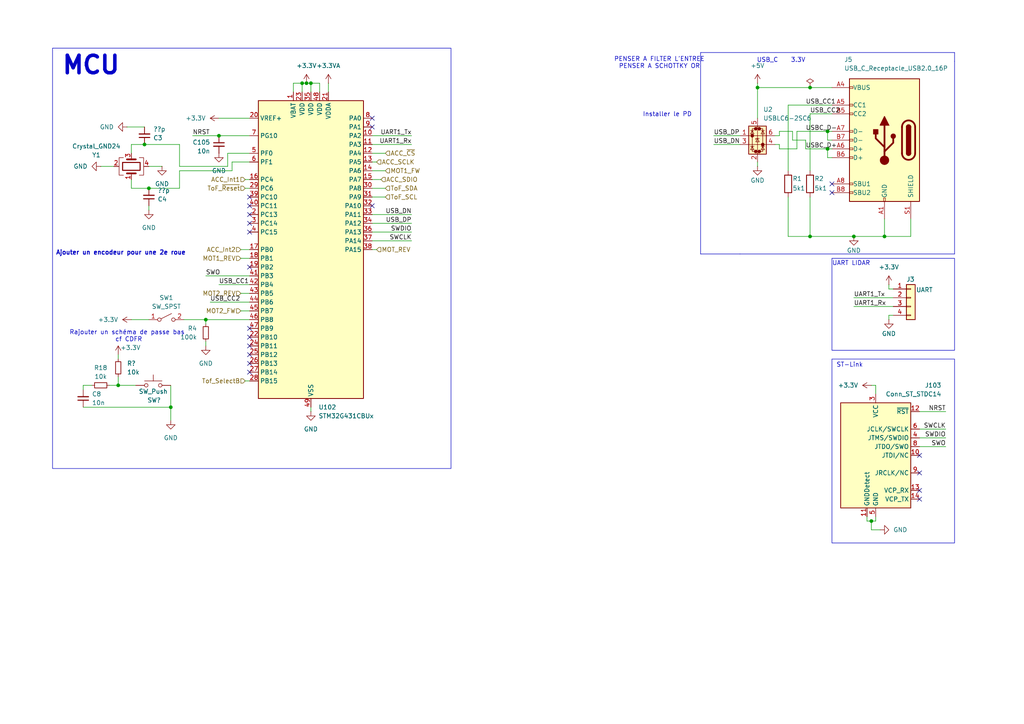
<source format=kicad_sch>
(kicad_sch (version 20250114) (generator "eeschema") (generator_version "9.0")
  (paper "A4")
  (lib_symbols
    (symbol "Connector:Conn_ST_STDC14"
      (property "Reference" "J" (at -8.89 16.51 0))
      (property "Value" "Conn_ST_STDC14" (at 17.78 16.51 0))
      (symbol "Conn_ST_STDC14_0_1"
        (rectangle (start -10.16 15.24) (end 10.16 -15.24) (stroke (width 0.254)) (fill (type background)))
      )
      (symbol "Conn_ST_STDC14_1_1"
        (pin no_connect line (at -10.16 5.08 0) (length 2.54) (hide yes) (name "NC") (number "1"))
        (pin no_connect line (at -10.16 2.54 0) (length 2.54) (hide yes) (name "NC") (number "2"))
        (pin passive line (at -2.54 -17.78 90) (length 2.54) (name "GNDDetect") (number "11"))
        (pin power_in line (at 0 17.78 270) (length 2.54) (name "VCC") (number "3"))
        (pin power_in line (at 0 -17.78 90) (length 2.54) (name "GND") (number "5"))
        (pin passive line (at 0 -17.78 90) (length 2.54) (hide yes) (name "GND") (number "7"))
        (pin open_collector line (at 12.7 12.7 180) (length 2.54) (name "~{RST}") (number "12"))
        (pin output line (at 12.7 7.62 180) (length 2.54) (name "JCLK/SWCLK") (number "6"))
        (pin bidirectional line (at 12.7 5.08 180) (length 2.54) (name "JTMS/SWDIO") (number "4"))
        (pin input line (at 12.7 2.54 180) (length 2.54) (name "JTDO/SWO") (number "8"))
        (pin output line (at 12.7 0 180) (length 2.54) (name "JTDI/NC") (number "10"))
        (pin input line (at 12.7 -5.08 180) (length 2.54) (name "JRCLK/NC") (number "9"))
        (pin output line (at 12.7 -10.16 180) (length 2.54) (name "VCP_RX") (number "13"))
        (pin input line (at 12.7 -12.7 180) (length 2.54) (name "VCP_TX") (number "14"))
      )
    )
    (symbol "Connector:USB_C_Receptacle_USB2.0_16P" (pin_names (offset 1.016))
      (property "Reference" "J" (at 0 22.225 0))
      (property "Value" "USB_C_Receptacle_USB2.0_16P" (at 0 19.685 0))
      (symbol "USB_C_Receptacle_USB2.0_16P_0_0"
        (rectangle (start -0.254 -17.78) (end 0.254 -16.764))
        (rectangle (start 10.16 15.494) (end 9.144 14.986))
        (rectangle (start 10.16 10.414) (end 9.144 9.906))
        (rectangle (start 10.16 7.874) (end 9.144 7.366))
        (rectangle (start 10.16 2.794) (end 9.144 2.286))
        (rectangle (start 10.16 0.254) (end 9.144 -0.254))
        (rectangle (start 10.16 -2.286) (end 9.144 -2.794))
        (rectangle (start 10.16 -4.826) (end 9.144 -5.334))
        (rectangle (start 10.16 -12.446) (end 9.144 -12.954))
        (rectangle (start 10.16 -14.986) (end 9.144 -15.494))
      )
      (symbol "USB_C_Receptacle_USB2.0_16P_0_1"
        (rectangle (start -10.16 17.78) (end 10.16 -17.78) (stroke (width 0.254)) (fill (type background)))
        (polyline (pts (xy -8.89 -3.81) (xy -8.89 3.81)) (stroke (width 0.508)))
        (rectangle (start -7.62 -3.81) (end -6.35 3.81) (stroke (width 0.254)) (fill (type outline)))
        (arc (start -7.62 3.81) (mid -6.985 4.4423) (end -6.35 3.81) (stroke (width 0.254)))
        (arc (start -7.62 3.81) (mid -6.985 4.4423) (end -6.35 3.81) (stroke (width 0.254)) (fill (type outline)))
        (arc (start -8.89 3.81) (mid -6.985 5.7067) (end -5.08 3.81) (stroke (width 0.508)))
        (arc (start -5.08 -3.81) (mid -6.985 -5.7067) (end -8.89 -3.81) (stroke (width 0.508)))
        (arc (start -6.35 -3.81) (mid -6.985 -4.4423) (end -7.62 -3.81) (stroke (width 0.254)))
        (arc (start -6.35 -3.81) (mid -6.985 -4.4423) (end -7.62 -3.81) (stroke (width 0.254)) (fill (type outline)))
        (polyline (pts (xy -5.08 3.81) (xy -5.08 -3.81)) (stroke (width 0.508)))
        (circle (center -2.54 1.143) (radius 0.635) (stroke (width 0.254)) (fill (type outline)))
        (polyline (pts (xy -1.27 4.318) (xy 0 6.858) (xy 1.27 4.318) (xy -1.27 4.318)) (stroke (width 0.254)) (fill (type outline)))
        (polyline (pts (xy 0 -2.032) (xy 2.54 0.508) (xy 2.54 1.778)) (stroke (width 0.508)))
        (polyline (pts (xy 0 -3.302) (xy -2.54 -0.762) (xy -2.54 0.508)) (stroke (width 0.508)))
        (polyline (pts (xy 0 -5.842) (xy 0 4.318)) (stroke (width 0.508)))
        (circle (center 0 -5.842) (radius 1.27) (fill (type outline)))
        (rectangle (start 1.905 1.778) (end 3.175 3.048) (stroke (width 0.254)) (fill (type outline)))
      )
      (symbol "USB_C_Receptacle_USB2.0_16P_1_1"
        (pin passive line (at -7.62 -22.86 90) (length 5.08) (name "SHIELD") (number "S1"))
        (pin passive line (at 0 -22.86 90) (length 5.08) (name "GND") (number "A1"))
        (pin passive line (at 0 -22.86 90) (length 5.08) (hide yes) (name "GND") (number "A12"))
        (pin passive line (at 0 -22.86 90) (length 5.08) (hide yes) (name "GND") (number "B1"))
        (pin passive line (at 0 -22.86 90) (length 5.08) (hide yes) (name "GND") (number "B12"))
        (pin passive line (at 15.24 15.24 180) (length 5.08) (name "VBUS") (number "A4"))
        (pin passive line (at 15.24 15.24 180) (length 5.08) (hide yes) (name "VBUS") (number "A9"))
        (pin passive line (at 15.24 15.24 180) (length 5.08) (hide yes) (name "VBUS") (number "B4"))
        (pin passive line (at 15.24 15.24 180) (length 5.08) (hide yes) (name "VBUS") (number "B9"))
        (pin bidirectional line (at 15.24 10.16 180) (length 5.08) (name "CC1") (number "A5"))
        (pin bidirectional line (at 15.24 7.62 180) (length 5.08) (name "CC2") (number "B5"))
        (pin bidirectional line (at 15.24 2.54 180) (length 5.08) (name "D-") (number "A7"))
        (pin bidirectional line (at 15.24 0 180) (length 5.08) (name "D-") (number "B7"))
        (pin bidirectional line (at 15.24 -2.54 180) (length 5.08) (name "D+") (number "A6"))
        (pin bidirectional line (at 15.24 -5.08 180) (length 5.08) (name "D+") (number "B6"))
        (pin bidirectional line (at 15.24 -12.7 180) (length 5.08) (name "SBU1") (number "A8"))
        (pin bidirectional line (at 15.24 -15.24 180) (length 5.08) (name "SBU2") (number "B8"))
      )
    )
    (symbol "Connector_Generic:Conn_01x04" (pin_names (offset 1.016) (hide yes))
      (property "Reference" "J" (at 0 5.08 0))
      (property "Value" "Conn_01x04" (at 0 -7.62 0))
      (symbol "Conn_01x04_1_1"
        (rectangle (start -1.27 3.81) (end 1.27 -6.35) (stroke (width 0.254)) (fill (type background)))
        (rectangle (start -1.27 2.667) (end 0 2.413) (stroke (width 0.1524)))
        (rectangle (start -1.27 0.127) (end 0 -0.127) (stroke (width 0.1524)))
        (rectangle (start -1.27 -2.413) (end 0 -2.667) (stroke (width 0.1524)))
        (rectangle (start -1.27 -4.953) (end 0 -5.207) (stroke (width 0.1524)))
        (pin passive line (at -5.08 2.54 0) (length 3.81) (name "Pin_1") (number "1"))
        (pin passive line (at -5.08 0 0) (length 3.81) (name "Pin_2") (number "2"))
        (pin passive line (at -5.08 -2.54 0) (length 3.81) (name "Pin_3") (number "3"))
        (pin passive line (at -5.08 -5.08 0) (length 3.81) (name "Pin_4") (number "4"))
      )
    )
    (symbol "Device:C_Small" (pin_numbers (hide yes)) (pin_names (offset 0.254) (hide yes))
      (property "Reference" "C" (at 0.254 1.778 0))
      (property "Value" "C_Small" (at 0.254 -2.032 0))
      (symbol "C_Small_0_1"
        (polyline (pts (xy -1.524 0.508) (xy 1.524 0.508)) (stroke (width 0.3048)))
        (polyline (pts (xy -1.524 -0.508) (xy 1.524 -0.508)) (stroke (width 0.3302)))
      )
      (symbol "C_Small_1_1"
        (pin passive line (at 0 2.54 270) (length 2.032) (name "~") (number "1"))
        (pin passive line (at 0 -2.54 90) (length 2.032) (name "~") (number "2"))
      )
    )
    (symbol "Device:Crystal_GND24" (pin_names (offset 1.016) (hide yes))
      (property "Reference" "Y" (at 3.175 5.08 0))
      (property "Value" "Crystal_GND24" (at 3.175 3.175 0))
      (symbol "Crystal_GND24_0_1"
        (polyline (pts (xy -2.54 2.286) (xy -2.54 3.556) (xy 2.54 3.556) (xy 2.54 2.286)))
        (polyline (pts (xy -2.54 0) (xy -2.032 0)))
        (polyline (pts (xy -2.54 -2.286) (xy -2.54 -3.556) (xy 2.54 -3.556) (xy 2.54 -2.286)))
        (polyline (pts (xy -2.032 -1.27) (xy -2.032 1.27)) (stroke (width 0.508)))
        (rectangle (start -1.143 2.54) (end 1.143 -2.54) (stroke (width 0.3048)))
        (polyline (pts (xy 0 3.556) (xy 0 3.81)))
        (polyline (pts (xy 0 -3.81) (xy 0 -3.556)))
        (polyline (pts (xy 2.032 0) (xy 2.54 0)))
        (polyline (pts (xy 2.032 -1.27) (xy 2.032 1.27)) (stroke (width 0.508)))
      )
      (symbol "Crystal_GND24_1_1"
        (pin passive line (at -3.81 0 0) (length 1.27) (name "1") (number "1"))
        (pin passive line (at 0 5.08 270) (length 1.27) (name "2") (number "2"))
        (pin passive line (at 0 -5.08 90) (length 1.27) (name "4") (number "4"))
        (pin passive line (at 3.81 0 180) (length 1.27) (name "3") (number "3"))
      )
    )
    (symbol "Device:R" (pin_numbers (hide yes)) (pin_names (offset 0))
      (property "Reference" "R" (at 2.032 0 90))
      (property "Value" "R" (at 0 0 90))
      (symbol "R_0_1"
        (rectangle (start -1.016 -2.54) (end 1.016 2.54) (stroke (width 0.254)))
      )
      (symbol "R_1_1"
        (pin passive line (at 0 3.81 270) (length 1.27) (name "~") (number "1"))
        (pin passive line (at 0 -3.81 90) (length 1.27) (name "~") (number "2"))
      )
    )
    (symbol "Device:R_Small" (pin_numbers (hide yes)) (pin_names (offset 0.254) (hide yes))
      (property "Reference" "R" (at 0.762 0.508 0))
      (property "Value" "R_Small" (at 0.762 -1.016 0))
      (symbol "R_Small_0_1"
        (rectangle (start -0.762 1.778) (end 0.762 -1.778) (stroke (width 0.2032)))
      )
      (symbol "R_Small_1_1"
        (pin passive line (at 0 2.54 270) (length 0.762) (name "~") (number "1"))
        (pin passive line (at 0 -2.54 90) (length 0.762) (name "~") (number "2"))
      )
    )
    (symbol "MCU_ST_STM32G4:STM32G431CBUx"
      (property "Reference" "U" (at -15.24 44.45 0))
      (property "Value" "STM32G431CBUx" (at 7.62 44.45 0))
      (symbol "STM32G431CBUx_0_1"
        (rectangle (start -15.24 -43.18) (end 15.24 43.18) (stroke (width 0.254)) (fill (type background)))
      )
      (symbol "STM32G431CBUx_1_1"
        (pin input line (at -17.78 38.1 0) (length 2.54) (name "VREF+") (number "20"))
        (pin bidirectional line (at -17.78 33.02 0) (length 2.54) (name "PG10") (number "7"))
        (pin bidirectional line (at -17.78 27.94 0) (length 2.54) (name "PF0") (number "5"))
        (pin bidirectional line (at -17.78 25.4 0) (length 2.54) (name "PF1") (number "6"))
        (pin bidirectional line (at -17.78 20.32 0) (length 2.54) (name "PC4") (number "16"))
        (pin bidirectional line (at -17.78 17.78 0) (length 2.54) (name "PC6") (number "29"))
        (pin bidirectional line (at -17.78 15.24 0) (length 2.54) (name "PC10") (number "39"))
        (pin bidirectional line (at -17.78 12.7 0) (length 2.54) (name "PC11") (number "40"))
        (pin bidirectional line (at -17.78 10.16 0) (length 2.54) (name "PC13") (number "2"))
        (pin bidirectional line (at -17.78 7.62 0) (length 2.54) (name "PC14") (number "3"))
        (pin bidirectional line (at -17.78 5.08 0) (length 2.54) (name "PC15") (number "4"))
        (pin bidirectional line (at -17.78 0 0) (length 2.54) (name "PB0") (number "17"))
        (pin bidirectional line (at -17.78 -2.54 0) (length 2.54) (name "PB1") (number "18"))
        (pin bidirectional line (at -17.78 -5.08 0) (length 2.54) (name "PB2") (number "19"))
        (pin bidirectional line (at -17.78 -7.62 0) (length 2.54) (name "PB3") (number "41"))
        (pin bidirectional line (at -17.78 -10.16 0) (length 2.54) (name "PB4") (number "42"))
        (pin bidirectional line (at -17.78 -12.7 0) (length 2.54) (name "PB5") (number "43"))
        (pin bidirectional line (at -17.78 -15.24 0) (length 2.54) (name "PB6") (number "44"))
        (pin bidirectional line (at -17.78 -17.78 0) (length 2.54) (name "PB7") (number "45"))
        (pin bidirectional line (at -17.78 -20.32 0) (length 2.54) (name "PB8") (number "46"))
        (pin bidirectional line (at -17.78 -22.86 0) (length 2.54) (name "PB9") (number "47"))
        (pin bidirectional line (at -17.78 -25.4 0) (length 2.54) (name "PB10") (number "22"))
        (pin bidirectional line (at -17.78 -27.94 0) (length 2.54) (name "PB11") (number "24"))
        (pin bidirectional line (at -17.78 -30.48 0) (length 2.54) (name "PB12") (number "25"))
        (pin bidirectional line (at -17.78 -33.02 0) (length 2.54) (name "PB13") (number "26"))
        (pin bidirectional line (at -17.78 -35.56 0) (length 2.54) (name "PB14") (number "27"))
        (pin bidirectional line (at -17.78 -38.1 0) (length 2.54) (name "PB15") (number "28"))
        (pin power_in line (at -5.08 45.72 270) (length 2.54) (name "VBAT") (number "1"))
        (pin power_in line (at -2.54 45.72 270) (length 2.54) (name "VDD") (number "23"))
        (pin power_in line (at 0 45.72 270) (length 2.54) (name "VDD") (number "35"))
        (pin power_in line (at 0 -45.72 90) (length 2.54) (name "VSS") (number "49"))
        (pin power_in line (at 2.54 45.72 270) (length 2.54) (name "VDD") (number "48"))
        (pin power_in line (at 5.08 45.72 270) (length 2.54) (name "VDDA") (number "21"))
        (pin bidirectional line (at 17.78 38.1 180) (length 2.54) (name "PA0") (number "8"))
        (pin bidirectional line (at 17.78 35.56 180) (length 2.54) (name "PA1") (number "9"))
        (pin bidirectional line (at 17.78 33.02 180) (length 2.54) (name "PA2") (number "10"))
        (pin bidirectional line (at 17.78 30.48 180) (length 2.54) (name "PA3") (number "11"))
        (pin bidirectional line (at 17.78 27.94 180) (length 2.54) (name "PA4") (number "12"))
        (pin bidirectional line (at 17.78 25.4 180) (length 2.54) (name "PA5") (number "13"))
        (pin bidirectional line (at 17.78 22.86 180) (length 2.54) (name "PA6") (number "14"))
        (pin bidirectional line (at 17.78 20.32 180) (length 2.54) (name "PA7") (number "15"))
        (pin bidirectional line (at 17.78 17.78 180) (length 2.54) (name "PA8") (number "30"))
        (pin bidirectional line (at 17.78 15.24 180) (length 2.54) (name "PA9") (number "31"))
        (pin bidirectional line (at 17.78 12.7 180) (length 2.54) (name "PA10") (number "32"))
        (pin bidirectional line (at 17.78 10.16 180) (length 2.54) (name "PA11") (number "33"))
        (pin bidirectional line (at 17.78 7.62 180) (length 2.54) (name "PA12") (number "34"))
        (pin bidirectional line (at 17.78 5.08 180) (length 2.54) (name "PA13") (number "36"))
        (pin bidirectional line (at 17.78 2.54 180) (length 2.54) (name "PA14") (number "37"))
        (pin bidirectional line (at 17.78 0 180) (length 2.54) (name "PA15") (number "38"))
      )
    )
    (symbol "Power_Protection:USBLC6-2SC6" (pin_names (hide yes))
      (property "Reference" "U" (at 0.635 5.715 0))
      (property "Value" "USBLC6-2SC6" (at 0.635 3.81 0))
      (symbol "USBLC6-2SC6_0_0"
        (circle (center -1.524 0) (radius 0.0001) (stroke (width 0.508)))
        (circle (center -0.508 2.032) (radius 0.0001) (stroke (width 0.508)))
        (circle (center -0.508 -4.572) (radius 0.0001) (stroke (width 0.508)))
        (circle (center 0.508 2.032) (radius 0.0001) (stroke (width 0.508)))
        (circle (center 0.508 -4.572) (radius 0.0001) (stroke (width 0.508)))
        (circle (center 1.524 -2.54) (radius 0.0001) (stroke (width 0.508)))
      )
      (symbol "USBLC6-2SC6_0_1"
        (polyline (pts (xy -2.54 0) (xy 2.54 0)))
        (polyline (pts (xy -2.54 -2.54) (xy 2.54 -2.54)))
        (polyline (pts (xy -2.032 0.508) (xy -1.016 0.508) (xy -1.524 1.524) (xy -2.032 0.508)))
        (polyline (pts (xy -2.032 -3.048) (xy -1.016 -3.048)))
        (polyline (pts (xy -1.016 1.524) (xy -2.032 1.524)))
        (polyline (pts (xy -1.016 -4.064) (xy -2.032 -4.064) (xy -1.524 -3.048) (xy -1.016 -4.064)))
        (polyline (pts (xy -0.508 -1.143) (xy -0.508 -0.762) (xy 0.508 -0.762)))
        (polyline (pts (xy 0 2.54) (xy -0.508 2.032) (xy 0.508 2.032) (xy 0 1.524) (xy 0 -4.064) (xy -0.508 -4.572) (xy 0.508 -4.572) (xy 0 -5.08)))
        (polyline (pts (xy 0.508 -1.778) (xy -0.508 -1.778) (xy 0 -0.762) (xy 0.508 -1.778)))
        (polyline (pts (xy 1.016 1.524) (xy 2.032 1.524)))
        (polyline (pts (xy 1.016 -3.048) (xy 2.032 -3.048)))
        (polyline (pts (xy 2.032 0.508) (xy 1.016 0.508) (xy 1.524 1.524) (xy 2.032 0.508)))
        (polyline (pts (xy 2.032 -4.064) (xy 1.016 -4.064) (xy 1.524 -3.048) (xy 2.032 -4.064)))
      )
      (symbol "USBLC6-2SC6_1_1"
        (rectangle (start -2.54 2.794) (end 2.54 -5.334) (stroke (width 0.254)) (fill (type background)))
        (polyline (pts (xy -0.508 2.032) (xy -1.524 2.032) (xy -1.524 -4.572) (xy -0.508 -4.572)))
        (polyline (pts (xy 0.508 -4.572) (xy 1.524 -4.572) (xy 1.524 2.032) (xy 0.508 2.032)))
        (pin passive line (at -5.08 0 0) (length 2.54) (name "I/O1") (number "1"))
        (pin passive line (at -5.08 -2.54 0) (length 2.54) (name "I/O2") (number "3"))
        (pin passive line (at 0 5.08 270) (length 2.54) (name "VBUS") (number "5"))
        (pin passive line (at 0 -7.62 90) (length 2.54) (name "GND") (number "2"))
        (pin passive line (at 5.08 0 180) (length 2.54) (name "I/O1") (number "6"))
        (pin passive line (at 5.08 -2.54 180) (length 2.54) (name "I/O2") (number "4"))
      )
    )
    (symbol "Switch:SW_Push" (pin_numbers (hide yes)) (pin_names (offset 1.016) (hide yes))
      (property "Reference" "SW" (at 1.27 2.54 0))
      (property "Value" "SW_Push" (at 0 -1.524 0))
      (symbol "SW_Push_0_1"
        (circle (center -2.032 0) (radius 0.508))
        (polyline (pts (xy 0 1.27) (xy 0 3.048)))
        (circle (center 2.032 0) (radius 0.508))
        (polyline (pts (xy 2.54 1.27) (xy -2.54 1.27)))
        (pin passive line (at -5.08 0 0) (length 2.54) (name "1") (number "1"))
        (pin passive line (at 5.08 0 180) (length 2.54) (name "2") (number "2"))
      )
    )
    (symbol "Switch:SW_SPST" (pin_names (offset 0) (hide yes))
      (property "Reference" "SW" (at 0 3.175 0))
      (property "Value" "SW_SPST" (at 0 -2.54 0))
      (symbol "SW_SPST_0_0"
        (circle (center -2.032 0) (radius 0.508))
        (polyline (pts (xy -1.524 0.254) (xy 1.524 1.778)))
        (circle (center 2.032 0) (radius 0.508))
      )
      (symbol "SW_SPST_1_1"
        (pin passive line (at -5.08 0 0) (length 2.54) (name "A") (number "1"))
        (pin passive line (at 5.08 0 180) (length 2.54) (name "B") (number "2"))
      )
    )
    (symbol "power:+3.3V" (power) (pin_numbers (hide yes)) (pin_names (offset 0) (hide yes))
      (property "Value" "+3.3V" (at 0 3.556 0))
      (symbol "+3.3V_0_1"
        (polyline (pts (xy -0.762 1.27) (xy 0 2.54)))
        (polyline (pts (xy 0 2.54) (xy 0.762 1.27)))
        (polyline (pts (xy 0 0) (xy 0 2.54)))
      )
      (symbol "+3.3V_1_1"
        (pin power_in line (at 0 0 90) (length 0) (name "~") (number "1"))
      )
    )
    (symbol "power:+3.3VA" (power) (pin_numbers (hide yes)) (pin_names (offset 0) (hide yes))
      (property "Value" "+3.3VA" (at 0 3.556 0))
      (symbol "+3.3VA_0_1"
        (polyline (pts (xy -0.762 1.27) (xy 0 2.54)))
        (polyline (pts (xy 0 2.54) (xy 0.762 1.27)))
        (polyline (pts (xy 0 0) (xy 0 2.54)))
      )
      (symbol "+3.3VA_1_1"
        (pin power_in line (at 0 0 90) (length 0) (name "~") (number "1"))
      )
    )
    (symbol "power:+5V" (power) (pin_numbers (hide yes)) (pin_names (offset 0) (hide yes))
      (property "Value" "+5V" (at 0 3.556 0))
      (symbol "+5V_0_1"
        (polyline (pts (xy -0.762 1.27) (xy 0 2.54)))
        (polyline (pts (xy 0 2.54) (xy 0.762 1.27)))
        (polyline (pts (xy 0 0) (xy 0 2.54)))
      )
      (symbol "+5V_1_1"
        (pin power_in line (at 0 0 90) (length 0) (name "~") (number "1"))
      )
    )
    (symbol "power:GND" (power) (pin_numbers (hide yes)) (pin_names (offset 0) (hide yes))
      (property "Value" "GND" (at 0 -3.81 0))
      (symbol "GND_0_1"
        (polyline (pts (xy 0 0) (xy 0 -1.27) (xy 1.27 -1.27) (xy 0 -2.54) (xy -1.27 -1.27) (xy 0 -1.27)))
      )
      (symbol "GND_1_1"
        (pin power_in line (at 0 0 270) (length 0) (name "~") (number "1"))
      )
    )
    (symbol "power:PWR_FLAG" (power) (pin_numbers (hide yes)) (pin_names (offset 0) (hide yes))
      (property "Value" "PWR_FLAG" (at 0 3.81 0))
      (symbol "PWR_FLAG_0_0"
        (pin power_out line (at 0 0 90) (length 0) (name "~") (number "1"))
      )
      (symbol "PWR_FLAG_0_1"
        (polyline (pts (xy 0 0) (xy 0 1.27) (xy -1.016 1.905) (xy 0 2.54) (xy 1.016 1.905) (xy 0 1.27)))
      )
    )
  )
  (rectangle (start 15.24 13.97) (end 130.81 135.89))
  (rectangle (start 241.3 104.14) (end 276.86 157.48))
  (rectangle (start 241.3 74.93) (end 276.86 101.6))
  (text "Rajouter un schéma de passe bas \ncf CDFR\n" (at 37.338 97.536 0) (effects (font (size 1.27 1.27))))
  (text "Installer le PD\n" (at 193.548 33.274 0) (effects (font (size 1.27 1.27))))
  (text "Ajouter un encodeur pour une 2e roue\n" (at 35.052 73.406 0) (effects (font (size 1.27 1.27) (thickness 0.254) (bold yes))))
  (text "ST-Link\n" (at 242.57 106.68 0) (effects (font (size 1.27 1.27)) (justify left bottom)))
  (text "USB_C 	3.3V" (at 226.568 17.526 0) (effects (font (size 1.27 1.27))))
  (text "PENSER A FILTER L'ENTREE\nPENSER A SCHOTTKY OR\n" (at 191.262 18.288 0) (effects (font (size 1.27 1.27))))
  (text "MCU\n" (at 26.416 19.05 0) (effects (font (size 5.08 5.08) (thickness 1.016) (bold yes))))
  (text "UART LIDAR\n" (at 246.888 76.454 0) (effects (font (size 1.27 1.27))))
  (junction (at 252.73 151.13))
  (junction (at 88.9 24.13))
  (junction (at 256.54 68.58))
  (junction (at 234.95 25.4))
  (junction (at 49.53 118.11))
  (junction (at 234.95 68.58))
  (junction (at 87.63 24.13))
  (junction (at 63.5 39.37))
  (junction (at 247.65 68.58))
  (junction (at 240.03 38.1))
  (junction (at 219.71 25.4))
  (junction (at 34.29 111.76))
  (junction (at 59.69 92.71))
  (junction (at 240.03 43.18))
  (junction (at 41.91 41.91))
  (junction (at 90.17 24.13))
  (junction (at 43.18 54.61))
  (no_connect (at 241.3 53.34))
  (no_connect (at 72.39 105.41))
  (no_connect (at 266.7 137.16))
  (no_connect (at 107.95 36.83))
  (no_connect (at 72.39 77.47))
  (no_connect (at 266.7 144.78))
  (no_connect (at 72.39 57.15))
  (no_connect (at 266.7 142.24))
  (no_connect (at 72.39 67.31))
  (no_connect (at 72.39 102.87))
  (no_connect (at 241.3 55.88))
  (no_connect (at 72.39 95.25))
  (no_connect (at 72.39 107.95))
  (no_connect (at 107.95 34.29))
  (no_connect (at 72.39 97.79))
  (no_connect (at 72.39 100.33))
  (no_connect (at 266.7 132.08))
  (no_connect (at 72.39 62.23))
  (no_connect (at 72.39 64.77))
  (no_connect (at 72.39 59.69))
  (no_connect (at 107.95 59.69))
  (wire (pts (xy 41.91 41.91) (xy 38.1 41.91)))
  (wire (pts (xy 228.6 68.58) (xy 234.95 68.58)))
  (wire (pts (xy 63.5 34.29) (xy 72.39 34.29)))
  (wire (pts (xy 107.95 64.77) (xy 119.38 64.77)))
  (wire (pts (xy 34.29 111.76) (xy 34.29 109.22)))
  (wire (pts (xy 107.95 49.53) (xy 111.76 49.53)))
  (wire (pts (xy 69.85 74.93) (xy 72.39 74.93)))
  (wire (pts (xy 241.3 45.72) (xy 240.03 45.72)))
  (wire (pts (xy 52.07 48.26) (xy 52.07 41.91)))
  (wire (pts (xy 36.83 36.83) (xy 41.91 36.83)))
  (wire (pts (xy 38.1 54.61) (xy 38.1 52.07)))
  (wire (pts (xy 255.27 153.67) (xy 252.73 153.67)))
  (wire (pts (xy 69.85 90.17) (xy 72.39 90.17)))
  (wire (pts (xy 266.7 129.54) (xy 274.32 129.54)))
  (wire (pts (xy 251.46 151.13) (xy 251.46 149.86)))
  (wire (pts (xy 85.09 26.67) (xy 85.09 24.13)))
  (wire (pts (xy 59.69 92.71) (xy 72.39 92.71)))
  (wire (pts (xy 252.73 151.13) (xy 254 151.13)))
  (wire (pts (xy 224.79 41.91) (xy 226.06 41.91)))
  (wire (pts (xy 38.1 92.71) (xy 43.18 92.71)))
  (wire (pts (xy 224.79 39.37) (xy 226.06 39.37)))
  (wire (pts (xy 241.3 40.64) (xy 240.03 40.64)))
  (wire (pts (xy 240.03 43.18) (xy 241.3 43.18)))
  (wire (pts (xy 266.7 127) (xy 274.32 127)))
  (wire (pts (xy 66.04 48.26) (xy 52.07 48.26)))
  (wire (pts (xy 219.71 24.13) (xy 219.71 25.4)))
  (wire (pts (xy 257.81 91.44) (xy 257.81 92.71)))
  (wire (pts (xy 254 111.76) (xy 254 114.3)))
  (wire (pts (xy 59.69 80.01) (xy 72.39 80.01)))
  (wire (pts (xy 107.95 54.61) (xy 111.76 54.61)))
  (wire (pts (xy 266.7 124.46) (xy 274.32 124.46)))
  (wire (pts (xy 107.95 69.85) (xy 119.38 69.85)))
  (wire (pts (xy 52.07 49.53) (xy 67.31 49.53)))
  (wire (pts (xy 95.25 24.13) (xy 95.25 26.67)))
  (wire (pts (xy 207.01 41.91) (xy 214.63 41.91)))
  (wire (pts (xy 107.95 52.07) (xy 110.49 52.07)))
  (wire (pts (xy 254 149.86) (xy 254 151.13)))
  (polyline (pts (xy 276.86 15.24) (xy 276.86 17.78)))
  (wire (pts (xy 226.06 43.18) (xy 231.14 43.18)))
  (wire (pts (xy 38.1 54.61) (xy 43.18 54.61)))
  (wire (pts (xy 88.9 24.13) (xy 90.17 24.13)))
  (polyline (pts (xy 276.86 15.24) (xy 203.2 15.24)))
  (wire (pts (xy 49.53 118.11) (xy 49.53 121.92)))
  (wire (pts (xy 87.63 24.13) (xy 87.63 26.67)))
  (wire (pts (xy 24.13 111.76) (xy 24.13 113.03)))
  (wire (pts (xy 233.68 43.18) (xy 240.03 43.18)))
  (wire (pts (xy 228.6 30.48) (xy 228.6 49.53)))
  (wire (pts (xy 52.07 49.53) (xy 52.07 54.61)))
  (wire (pts (xy 234.95 68.58) (xy 247.65 68.58)))
  (wire (pts (xy 264.16 68.58) (xy 264.16 63.5)))
  (wire (pts (xy 233.68 40.64) (xy 233.68 43.18)))
  (wire (pts (xy 252.73 151.13) (xy 251.46 151.13)))
  (wire (pts (xy 72.39 44.45) (xy 66.04 44.45)))
  (wire (pts (xy 107.95 46.99) (xy 109.22 46.99)))
  (wire (pts (xy 259.08 83.82) (xy 257.81 83.82)))
  (wire (pts (xy 60.96 87.63) (xy 72.39 87.63)))
  (wire (pts (xy 119.38 41.91) (xy 107.95 41.91)))
  (wire (pts (xy 231.14 43.18) (xy 231.14 38.1)))
  (wire (pts (xy 90.17 24.13) (xy 92.71 24.13)))
  (wire (pts (xy 234.95 25.4) (xy 241.3 25.4)))
  (wire (pts (xy 71.12 54.61) (xy 72.39 54.61)))
  (wire (pts (xy 29.21 48.26) (xy 33.02 48.26)))
  (wire (pts (xy 256.54 68.58) (xy 264.16 68.58)))
  (wire (pts (xy 219.71 25.4) (xy 234.95 25.4)))
  (wire (pts (xy 226.06 39.37) (xy 226.06 38.1)))
  (wire (pts (xy 59.69 99.06) (xy 59.69 100.33)))
  (polyline (pts (xy 276.86 73.66) (xy 276.86 17.78)))
  (wire (pts (xy 226.06 38.1) (xy 229.87 38.1)))
  (wire (pts (xy 31.75 111.76) (xy 34.29 111.76)))
  (wire (pts (xy 55.88 39.37) (xy 63.5 39.37)))
  (wire (pts (xy 52.07 54.61) (xy 43.18 54.61)))
  (wire (pts (xy 107.95 67.31) (xy 119.38 67.31)))
  (wire (pts (xy 256.54 68.58) (xy 256.54 63.5)))
  (wire (pts (xy 34.29 102.87) (xy 34.29 104.14)))
  (wire (pts (xy 259.08 91.44) (xy 257.81 91.44)))
  (polyline (pts (xy 203.2 15.24) (xy 203.2 17.78)))
  (wire (pts (xy 240.03 43.18) (xy 240.03 45.72)))
  (polyline (pts (xy 203.2 73.66) (xy 214.63 73.66)))
  (wire (pts (xy 228.6 57.15) (xy 228.6 68.58)))
  (wire (pts (xy 59.69 93.98) (xy 59.69 92.71)))
  (polyline (pts (xy 214.63 73.66) (xy 276.86 73.66)))
  (wire (pts (xy 67.31 46.99) (xy 72.39 46.99)))
  (wire (pts (xy 66.04 44.45) (xy 66.04 48.26)))
  (wire (pts (xy 85.09 24.13) (xy 87.63 24.13)))
  (wire (pts (xy 90.17 24.13) (xy 90.17 26.67)))
  (wire (pts (xy 71.12 52.07) (xy 72.39 52.07)))
  (wire (pts (xy 49.53 118.11) (xy 49.53 111.76)))
  (wire (pts (xy 119.38 39.37) (xy 107.95 39.37)))
  (wire (pts (xy 43.18 59.69) (xy 43.18 60.96)))
  (wire (pts (xy 71.12 110.49) (xy 72.39 110.49)))
  (wire (pts (xy 240.03 38.1) (xy 240.03 40.64)))
  (wire (pts (xy 69.85 85.09) (xy 72.39 85.09)))
  (wire (pts (xy 266.7 119.38) (xy 274.32 119.38)))
  (wire (pts (xy 207.01 39.37) (xy 214.63 39.37)))
  (wire (pts (xy 229.87 40.64) (xy 233.68 40.64)))
  (wire (pts (xy 24.13 111.76) (xy 26.67 111.76)))
  (wire (pts (xy 67.31 49.53) (xy 67.31 46.99)))
  (wire (pts (xy 24.13 118.11) (xy 49.53 118.11)))
  (wire (pts (xy 231.14 38.1) (xy 240.03 38.1)))
  (wire (pts (xy 34.29 111.76) (xy 39.37 111.76)))
  (polyline (pts (xy 203.2 17.78) (xy 203.2 73.66)))
  (wire (pts (xy 252.73 111.76) (xy 254 111.76)))
  (wire (pts (xy 226.06 41.91) (xy 226.06 43.18)))
  (wire (pts (xy 229.87 38.1) (xy 229.87 40.64)))
  (wire (pts (xy 69.85 72.39) (xy 72.39 72.39)))
  (wire (pts (xy 87.63 24.13) (xy 88.9 24.13)))
  (wire (pts (xy 63.5 39.37) (xy 72.39 39.37)))
  (wire (pts (xy 63.5 82.55) (xy 72.39 82.55)))
  (wire (pts (xy 234.95 33.02) (xy 234.95 49.53)))
  (wire (pts (xy 228.6 30.48) (xy 241.3 30.48)))
  (wire (pts (xy 219.71 25.4) (xy 219.71 34.29)))
  (wire (pts (xy 107.95 57.15) (xy 111.76 57.15)))
  (wire (pts (xy 53.34 92.71) (xy 59.69 92.71)))
  (wire (pts (xy 38.1 41.91) (xy 38.1 44.45)))
  (wire (pts (xy 107.95 72.39) (xy 109.22 72.39)))
  (wire (pts (xy 252.73 153.67) (xy 252.73 151.13)))
  (wire (pts (xy 240.03 38.1) (xy 241.3 38.1)))
  (wire (pts (xy 52.07 41.91) (xy 41.91 41.91)))
  (wire (pts (xy 247.65 88.9) (xy 259.08 88.9)))
  (wire (pts (xy 234.95 57.15) (xy 234.95 68.58)))
  (wire (pts (xy 247.65 86.36) (xy 259.08 86.36)))
  (wire (pts (xy 90.17 118.11) (xy 90.17 119.38)))
  (wire (pts (xy 92.71 24.13) (xy 92.71 26.67)))
  (wire (pts (xy 247.65 68.58) (xy 256.54 68.58)))
  (wire (pts (xy 107.95 44.45) (xy 111.76 44.45)))
  (wire (pts (xy 46.99 48.26) (xy 43.18 48.26)))
  (wire (pts (xy 257.81 83.82) (xy 257.81 82.55)))
  (wire (pts (xy 219.71 46.99) (xy 219.71 48.26)))
  (wire (pts (xy 107.95 62.23) (xy 119.38 62.23)))
  (wire (pts (xy 234.95 33.02) (xy 241.3 33.02)))
  (label "USBC_D-" (at 233.68 38.1 0))
  (label "SWDIO" (at 119.38 67.31 180))
  (label "UART1_Tx" (at 119.38 39.37 180))
  (label "USB_DP" (at 119.38 64.77 180))
  (label "USB_CC2" (at 234.95 33.02 0))
  (label "SWCLK" (at 274.32 124.46 180))
  (label "USB_CC1" (at 233.68 30.48 0))
  (label "UART1_Tx" (at 247.65 86.36 0))
  (label "SWO" (at 274.32 129.54 180))
  (label "USB_CC2" (at 60.96 87.63 0))
  (label "USBC_D+" (at 233.68 43.18 0))
  (label "NRST" (at 55.88 39.37 0))
  (label "USB_CC1" (at 63.5 82.55 0))
  (label "UART1_Rx" (at 247.65 88.9 0))
  (label "SWO" (at 59.69 80.01 0))
  (label "UART1_Rx" (at 119.38 41.91 180))
  (label "USB_DN" (at 119.38 62.23 180))
  (label "USB_DN" (at 207.01 41.91 0))
  (label "NRST" (at 274.32 119.38 180))
  (label "SWCLK" (at 119.38 69.85 180))
  (label "SWDIO" (at 274.32 127 180))
  (label "USB_DP" (at 207.01 39.37 0))
  (hierarchical_label "ToF_SDA" (shape input) (at 111.76 54.61 0))
  (hierarchical_label "ToF_SCL" (shape input) (at 111.76 57.15 0))
  (hierarchical_label "MOT2_REV" (shape input) (at 69.85 85.09 180))
  (hierarchical_label "MOT2_FW" (shape input) (at 69.85 90.17 180))
  (hierarchical_label "ACC_Int1" (shape input) (at 71.12 52.07 180))
  (hierarchical_label "MOT1_REV" (shape input) (at 69.85 74.93 180))
  (hierarchical_label "Tof_SelectB" (shape input) (at 71.12 110.49 180))
  (hierarchical_label "ACC_SDIO" (shape input) (at 110.49 52.07 0))
  (hierarchical_label "MOT_REV" (shape input) (at 109.22 72.39 0))
  (hierarchical_label "MOT1_FW" (shape input) (at 111.76 49.53 0))
  (hierarchical_label "ACC_SCLK" (shape input) (at 109.22 46.99 0))
  (hierarchical_label "ACC_~{CS}" (shape input) (at 111.76 44.45 0))
  (hierarchical_label "ACC_Int2" (shape input) (at 69.85 72.39 180))
  (hierarchical_label "ToF_~{Reset}" (shape input) (at 71.12 54.61 180))
  (symbol (lib_id "Device:Crystal_GND24") (at 38.1 48.26 90) (unit 1)
    (property "Reference" "Y1" (at 27.94 44.958 90))
    (property "Value" "Crystal_GND24" (at 27.94 42.418 90))
    (property "Description" "Four pin crystal, GND on pins 2 and 4" (effects (hide yes)))
  )
  (symbol (lib_id "Switch:SW_SPST") (at 48.26 92.71 0) (unit 1)
    (property "Reference" "SW1" (at 48.26 86.36 0))
    (property "Value" "SW_SPST" (at 48.26 88.9 0))
    (property "Description" "Single Pole Single Throw (SPST) switch" (effects (hide yes)))
  )
  (symbol (lib_id "power:GND") (at 90.17 119.38 0) (unit 1)
    (property "Reference" "#PWR0112" (effects (hide yes)))
    (property "Value" "GND" (at 90.17 124.46 0))
    (property "Description" "Power symbol creates a global label with name \"GND\" , ground" (effects (hide yes)))
  )
  (symbol (lib_id "power:+3.3V") (at 38.1 92.71 90) (unit 1)
    (property "Reference" "#PWR08" (effects (hide yes)))
    (property "Value" "+3.3V" (at 34.29 92.7099 90) (effects (justify left)))
    (property "Description" "Power symbol creates a global label with name \"+3.3V\"" (effects (hide yes)))
  )
  (symbol (lib_id "power:GND") (at 46.99 48.26 0) (unit 1)
    (property "Reference" "#PWR09" (effects (hide yes)))
    (property "Value" "GND" (at 46.99 53.34 0))
    (property "Description" "Power symbol creates a global label with name \"GND\" , ground" (effects (hide yes)))
  )
  (symbol (lib_id "Device:R_Small") (at 59.69 96.52 0) (mirror y) (unit 1)
    (property "Reference" "R4" (at 57.15 95.2499 0) (effects (justify left)))
    (property "Value" "100k" (at 57.15 97.7899 0) (effects (justify left)))
    (property "Footprint" "Resistor_SMD:R_0402_1005Metric" (effects (hide yes)))
    (property "Description" "Resistor, small symbol" (effects (hide yes)))
  )
  (symbol (lib_id "power:+5V") (at 219.71 24.13 0) (unit 1)
    (property "Reference" "#PWR025" (effects (hide yes)))
    (property "Value" "+5V" (at 219.71 19.05 0))
    (property "Description" "Power symbol creates a global label with name \"+5V\"" (effects (hide yes)))
  )
  (symbol (lib_id "power:+3.3VA") (at 95.25 24.13 0) (unit 1)
    (property "Reference" "#PWR01" (effects (hide yes)))
    (property "Value" "+3.3VA" (at 95.25 19.05 0))
    (property "Description" "Power symbol creates a global label with name \"+3.3VA\"" (effects (hide yes)))
  )
  (symbol (lib_id "Connector:Conn_ST_STDC14") (at 254 132.08 0) (unit 1)
    (property "Reference" "J103" (at 273.05 111.76 0) (effects (justify right)))
    (property "Value" "Conn_ST_STDC14" (at 273.05 114.3 0) (effects (justify right)))
    (property "Footprint" "Connector_PinHeader_1.27mm:PinHeader_2x07_P1.27mm_Vertical_SMD" (effects (hide yes)))
    (property "Datasheet" "https://www.st.com/content/ccc/resource/technical/document/user_manual/group1/99/49/91/b6/b2/3a/46/e5/DM00526767/files/DM00526767.pdf/jcr:content/translations/en.DM00526767.pdf" (effects (hide yes)))
    (property "Fournisseur" "Stock" (effects (hide yes)))
  )
  (symbol (lib_id "Device:R_Small") (at 29.21 111.76 270) (unit 1)
    (property "Reference" "R18" (at 29.21 106.68 90))
    (property "Value" "10k" (at 29.21 109.22 90))
    (property "Footprint" "Resistor_SMD:R_0402_1005Metric" (effects (hide yes)))
    (property "Description" "Resistor, small symbol" (effects (hide yes)))
  )
  (symbol (lib_id "Switch:SW_Push") (at 44.45 111.76 0) (unit 1)
    (property "Reference" "SW?" (at 44.704 116.078 0))
    (property "Value" "SW_Push" (at 44.45 113.538 0))
    (property "Footprint" "MainBoard:435451019820" (effects (hide yes)))
    (property "Fournisseur" "Wurth" (effects (hide yes)))
    (property "MFR" "435 451 019 820" (effects (hide yes)))
  )
  (symbol (lib_id "Power_Protection:USBLC6-2SC6") (at 219.71 39.37 0) (unit 1)
    (property "Reference" "U2" (at 221.3611 31.75 0) (effects (justify left)))
    (property "Value" "USBLC6-2SC6" (at 221.3611 34.29 0) (effects (justify left)))
    (property "Footprint" "Package_TO_SOT_SMD:SOT-23-6" (effects (hide yes)))
    (property "Datasheet" "https://www.st.com/resource/en/datasheet/usblc6-2.pdf" (effects (hide yes)))
    (property "Description" "Very low capacitance ESD protection diode, 2 data-line, SOT-23-6" (effects (hide yes)))
  )
  (symbol (lib_id "Device:C_Small") (at 63.5 41.91 0) (mirror y) (unit 1)
    (property "Reference" "C105" (at 60.96 41.2813 0) (effects (justify left)))
    (property "Value" "10n" (at 60.96 43.8213 0) (effects (justify left)))
    (property "Footprint" "Capacitor_SMD:C_0402_1005Metric" (effects (hide yes)))
    (property "Fournisseur" "Wurth" (effects (hide yes)))
    (property "MFR" "885 012 105 018" (effects (hide yes)))
  )
  (symbol (lib_id "MCU_ST_STM32G4:STM32G431CBUx") (at 90.17 72.39 0) (unit 1)
    (property "Reference" "U102" (at 92.3641 118.11 0) (effects (justify left)))
    (property "Value" "STM32G431CBUx" (at 92.3641 120.65 0) (effects (justify left)))
    (property "Footprint" "Package_DFN_QFN:QFN-48-1EP_7x7mm_P0.5mm_EP5.6x5.6mm" (effects (hide yes)))
    (property "Datasheet" "https://www.st.com/resource/en/datasheet/stm32g431cb.pdf" (effects (hide yes)))
    (property "Description" "STMicroelectronics Arm Cortex-M4 MCU, 128KB flash, 32KB RAM, 170 MHz, 1.71-3.6V, 42 GPIO, UFQFPN48" (effects (hide yes)))
  )
  (symbol (lib_id "power:+3.3V") (at 257.81 82.55 0) (unit 1)
    (property "Reference" "#PWR05" (effects (hide yes)))
    (property "Value" "+3.3V" (at 257.81 77.47 0))
    (property "Description" "Power symbol creates a global label with name \"+3.3V\"" (effects (hide yes)))
  )
  (symbol (lib_id "power:GND") (at 255.27 153.67 90) (unit 1)
    (property "Reference" "#PWR0115" (effects (hide yes)))
    (property "Value" "GND" (at 259.08 153.6699 90) (effects (justify right)))
    (property "Description" "Power symbol creates a global label with name \"GND\" , ground" (effects (hide yes)))
  )
  (symbol (lib_id "Device:R") (at 234.95 53.34 0) (unit 1)
    (property "Reference" "R2" (at 236.22 51.816 0) (effects (justify left)))
    (property "Value" "5k1" (at 236.22 54.61 0) (effects (justify left)))
    (property "Footprint" "Resistor_SMD:R_0402_1005Metric" (effects (hide yes)))
    (property "Description" "Resistor" (effects (hide yes)))
  )
  (symbol (lib_id "power:GND") (at 59.69 100.33 0) (unit 1)
    (property "Reference" "#PWR03" (effects (hide yes)))
    (property "Value" "GND" (at 59.69 105.41 0))
    (property "Description" "Power symbol creates a global label with name \"GND\" , ground" (effects (hide yes)))
  )
  (symbol (lib_id "Device:C_Small") (at 43.18 57.15 0) (mirror x) (unit 1)
    (property "Reference" "C4" (at 45.72 57.7787 0) (effects (justify left)))
    (property "Value" "??p" (at 45.72 55.2387 0) (effects (justify left)))
    (property "Footprint" "Capacitor_SMD:C_0402_1005Metric" (effects (hide yes)))
    (property "Fournisseur" "Wurth" (effects (hide yes)))
    (property "MFR" "885 012 105 018" (effects (hide yes)))
  )
  (symbol (lib_id "power:GND") (at 43.18 60.96 0) (unit 1)
    (property "Reference" "#PWR012" (effects (hide yes)))
    (property "Value" "GND" (at 43.18 66.04 0))
    (property "Description" "Power symbol creates a global label with name \"GND\" , ground" (effects (hide yes)))
  )
  (symbol (lib_id "power:+3.3V") (at 63.5 34.29 90) (unit 1)
    (property "Reference" "#PWR0108" (effects (hide yes)))
    (property "Value" "+3.3V" (at 59.69 34.2899 90) (effects (justify left)))
    (property "Description" "Power symbol creates a global label with name \"+3.3V\"" (effects (hide yes)))
  )
  (symbol (lib_id "power:+3.3V") (at 34.29 102.87 0) (unit 1)
    (property "Reference" "#PWR021" (effects (hide yes)))
    (property "Value" "+3.3V" (at 37.846 100.838 0))
    (property "Description" "Power symbol creates a global label with name \"+3.3V\"" (effects (hide yes)))
  )
  (symbol (lib_id "power:GND") (at 36.83 36.83 270) (unit 1)
    (property "Reference" "#PWR013" (effects (hide yes)))
    (property "Value" "GND" (at 33.02 36.8299 90) (effects (justify right)))
    (property "Description" "Power symbol creates a global label with name \"GND\" , ground" (effects (hide yes)))
  )
  (symbol (lib_id "power:GND") (at 247.65 68.58 0) (unit 1)
    (property "Reference" "#PWR022" (effects (hide yes)))
    (property "Value" "GND" (at 247.65 72.644 0))
    (property "Description" "Power symbol creates a global label with name \"GND\" , ground" (effects (hide yes)))
  )
  (symbol (lib_id "power:GND") (at 219.71 48.26 0) (unit 1)
    (property "Reference" "#PWR019" (effects (hide yes)))
    (property "Value" "GND" (at 219.71 52.324 0))
    (property "Description" "Power symbol creates a global label with name \"GND\" , ground" (effects (hide yes)))
  )
  (symbol (lib_id "power:GND") (at 257.81 92.71 0) (unit 1)
    (property "Reference" "#PWR02" (effects (hide yes)))
    (property "Value" "GND" (at 257.81 96.774 0))
    (property "Description" "Power symbol creates a global label with name \"GND\" , ground" (effects (hide yes)))
  )
  (symbol (lib_id "power:GND") (at 63.5 44.45 0) (unit 1)
    (property "Reference" "#PWR0110" (effects (hide yes)))
    (property "Value" "GND" (at 63.5 49.53 0))
    (property "Description" "Power symbol creates a global label with name \"GND\" , ground" (effects (hide yes)))
  )
  (symbol (lib_id "power:GND") (at 29.21 48.26 270) (unit 1)
    (property "Reference" "#PWR011" (effects (hide yes)))
    (property "Value" "GND" (at 25.4 48.2599 90) (effects (justify right)))
    (property "Description" "Power symbol creates a global label with name \"GND\" , ground" (effects (hide yes)))
  )
  (symbol (lib_id "power:GND") (at 49.53 121.92 0) (unit 1)
    (property "Reference" "#PWR055" (effects (hide yes)))
    (property "Value" "GND" (at 49.53 127 0))
    (property "Description" "Power symbol creates a global label with name \"GND\" , ground" (effects (hide yes)))
  )
  (symbol (lib_id "power:+3.3V") (at 88.9 24.13 0) (unit 1)
    (property "Reference" "#PWR0111" (effects (hide yes)))
    (property "Value" "+3.3V" (at 88.9 19.05 0))
    (property "Description" "Power symbol creates a global label with name \"+3.3V\"" (effects (hide yes)))
  )
  (symbol (lib_id "power:+3.3V") (at 252.73 111.76 90) (unit 1)
    (property "Reference" "#PWR0113" (effects (hide yes)))
    (property "Value" "+3.3V" (at 248.92 111.7599 90) (effects (justify left)))
    (property "Description" "Power symbol creates a global label with name \"+3.3V\"" (effects (hide yes)))
  )
  (symbol (lib_id "Device:C_Small") (at 24.13 115.57 180) (unit 1)
    (property "Reference" "C8" (at 26.67 114.2935 0) (effects (justify right)))
    (property "Value" "10n" (at 26.67 116.8335 0) (effects (justify right)))
    (property "Footprint" "Capacitor_SMD:C_0402_1005Metric" (effects (hide yes)))
    (property "Fournisseur" "Wurth" (effects (hide yes)))
    (property "MFR" "885 012 105 018" (effects (hide yes)))
  )
  (symbol (lib_id "power:PWR_FLAG") (at 234.95 25.4 0) (unit 1)
    (property "Reference" "#FLG01" (effects (hide yes)))
    (property "Value" "PWR_FLAG" (effects (hide yes)))
    (property "Description" "Special symbol for telling ERC where power comes from" (effects (hide yes)))
  )
  (symbol (lib_id "Device:R") (at 228.6 53.34 0) (unit 1)
    (property "Reference" "R1" (at 229.87 51.816 0) (effects (justify left)))
    (property "Value" "5k1" (at 229.87 54.61 0) (effects (justify left)))
    (property "Footprint" "Resistor_SMD:R_0402_1005Metric" (effects (hide yes)))
    (property "Description" "Resistor" (effects (hide yes)))
  )
  (symbol (lib_id "Connector_Generic:Conn_01x04") (at 264.16 86.36 0) (unit 1)
    (property "Reference" "J3" (at 262.89 81.026 0) (effects (justify left)))
    (property "Value" "UART" (at 265.684 84.074 0) (effects (justify left)))
    (property "Footprint" "Connector_PinHeader_2.54mm:PinHeader_1x04_P2.54mm_Vertical" (effects (hide yes)))
    (property "Description" "Generic connector, single row, 01x04, script generated (kicad-library-utils/schlib/autogen/connector/)" (effects (hide yes)))
  )
  (symbol (lib_id "Device:C_Small") (at 41.91 39.37 0) (mirror x) (unit 1)
    (property "Reference" "C3" (at 44.45 39.9987 0) (effects (justify left)))
    (property "Value" "??p" (at 44.45 37.4587 0) (effects (justify left)))
    (property "Footprint" "Capacitor_SMD:C_0402_1005Metric" (effects (hide yes)))
    (property "Fournisseur" "Wurth" (effects (hide yes)))
    (property "MFR" "885 012 105 018" (effects (hide yes)))
  )
  (symbol (lib_id "Device:R_Small") (at 34.29 106.68 180) (unit 1)
    (property "Reference" "R?" (at 36.83 105.4099 0) (effects (justify right)))
    (property "Value" "10k" (at 36.83 107.9499 0) (effects (justify right)))
    (property "Footprint" "Resistor_SMD:R_0402_1005Metric" (effects (hide yes)))
    (property "Description" "Resistor, small symbol" (effects (hide yes)))
  )
  (symbol (lib_id "Connector:USB_C_Receptacle_USB2.0_16P") (at 256.54 40.64 0) (mirror y) (unit 1)
    (property "Reference" "J5" (at 244.856 17.272 0) (effects (justify right)))
    (property "Value" "USB_C_Receptacle_USB2.0_16P" (at 244.856 19.812 0) (effects (justify right)))
    (property "Footprint" "Connector_USB:USB_C_Receptacle_XKB_U262-16XN-4BVC11" (effects (hide yes)))
    (property "Datasheet" "https://www.usb.org/sites/default/files/documents/usb_type-c.zip" (effects (hide yes)))
    (property "Description" "USB 2.0-only 16P Type-C Receptacle connector" (effects (hide yes)))
  )
)
</source>
